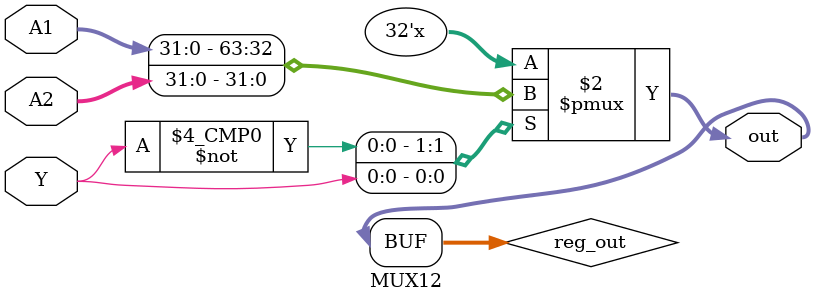
<source format=v>
`timescale 1ns / 1ps


module MUX12(
    input [31:0] A1,
    input [31:0] A2,
    input Y,
    output [31:0] out
    );

reg [31:0] reg_out;

always @ *
begin
    case(Y)
    1'b0: reg_out <= A1;
    1'b1: reg_out <= A2;
    endcase
end

assign out = reg_out;
endmodule

</source>
